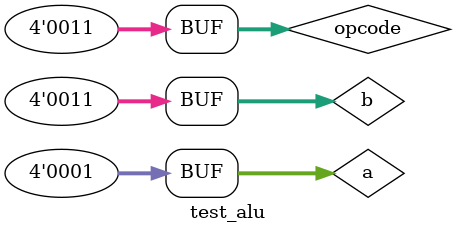
<source format=sv>
module test_alu;
	
	localparam N = 4;
	logic [N-1:0] result;
	logic [3:0] opcode;
	logic [N-1:0] a;
	logic [N-1:0] b;
	logic c, z, n, v;
	
	alu #(.N(N)) alu_unit (
		.opcode_i(opcode),
		.a_i(a),
		.b_i(b),
		.result_o(result),
		.c_o(c),
		.z_o(z),
		.n_o(n),
		.v_o(v)
	);
	
	initial begin
		opcode = 4'b0;
		a = 4'b0;
		b = 4'b0;
		#10;
		a = 4'b0001;
		b = 4'b0011;
		opcode = 4'b0011;
		#10;
	end
	
	
	
	
endmodule
</source>
